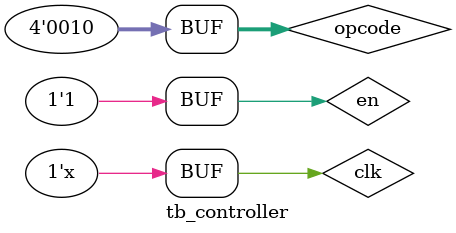
<source format=v>

module controller ( clk, en, opcode, loadA, loadB, loadC, loadIR, loadPC, incPC, mode, we_DM, selA, selB);
input clk;
input en;
input [3:0] opcode;
output loadA;
output loadB;
output loadC;
output loadIR;
output loadPC;
output incPC;
output mode;
output we_DM;
output selA;
output selB;

reg loadA;
reg loadB;
reg loadC;
reg loadIR;
reg mode;
reg we_DM;
reg selA;
reg selB;
reg loadPC;
reg incPC;

// Registers to hold the value of state and next state

reg [2:0] state;
reg [2:0] next_state;

parameter reset = 3'b000, load = 3'b010, execute = 3'b100;


//Code for operation of the CPU
always@(posedge clk)
begin
	
	if ( en == 0 ) begin
	state = reset;
	end
	else if (en == 1) begin
	state = next_state;
	end
end


// Now for the Output logic. Output logic depends on OPCODE and Enable signal
always@(*)
begin
	if ( en == 0 ) begin
	loadA = 0;
	loadB = 0;
	loadC = 0;
	loadIR = 0;
	loadPC = 0;
	incPC = 0;
	mode = 1'bZ;
	we_DM = 0;
	selA = 1'b0;
	selB = 1'b0;
	next_state = reset;
	end

	else begin
		
		case(state)
		// We just wait for a small duration of time in the same state to see if there is any change in input
		reset: 	begin
			loadA = 0;
			loadB = 0;
			loadC = 0;
			loadIR = 0;
			loadPC = 0;
			incPC = 0;
			mode = 1'bZ;
			we_DM = 0;
			selA = 1'b0;
			selB = 1'b0;
			next_state = load;
			end

		load:	begin
			loadA = 0;
			loadB = 0;
			loadC = 0;
			loadIR = 1;
			loadPC = 1;
			incPC = 0;
			mode = 1'bZ;
			we_DM = 0;
			selA = 1'b0;
			selB = 1'b0;
			next_state = execute;
			end

		execute:begin
			case(opcode)
			// Mode 0, ALU operation for opcode 000
			0000: 	begin
				loadA = 0;
				loadB = 0;
				loadC = 0;
				loadIR = 0;
				loadPC = 0;
				incPC = 1;
				mode = 1'b0;
				we_DM = 1;
				#5 we_DM = 0;
				selA = 1'b0;
				selB = 1'b0;
				end
			// Mode 0, ALU operation for opcode 001
			0001: 	begin
				loadA = 0;
				loadB = 0;
				loadC = 0;
				loadIR = 0;
				loadPC = 0;
				incPC = 1;
				mode = 1'b0;
				we_DM = 1;
				#5 we_DM = 0;
				selA = 1'b0;
				selB = 1'b0;
				end
			// Mode 0, ALU operation for opcode 010
			0010: 	begin
				loadA = 0;
				loadB = 0;
				loadC = 0;
				loadIR = 0;
				loadPC = 0;
				incPC = 1;
				mode = 1'b0;
				we_DM = 1;
				#5 we_DM = 0;
				selA = 1'b0;
				selB = 1'b0;
				end
			// Mode 0, ALU operation for opcode 011
			0011: 	begin
				loadA = 0;
				loadB = 0;
				loadC = 0;
				loadIR = 0;
				loadPC = 0;
				incPC = 1;
				mode = 1'b0;
				we_DM = 1;
				#5 we_DM = 0;
				selA = 1'b0;
				selB = 1'b0;
				end
			// Load A operation
			0100: 	begin
				loadA = 1;
				loadB = 0;
				loadC = 0;
				loadIR = 0;
				loadPC = 0;
				incPC = 1;
				mode = 1'bZ;
				we_DM = 1;
				#5 we_DM = 0;
				selA = 1'b0;
				selB = 1'b0;
				end
			// Load B operation
			0101: 	begin
				loadA = 0;
				loadB = 1;
				loadC = 0;
				loadIR = 0;
				loadPC = 0;
				incPC = 1;
				mode = 1'bZ;
				we_DM = 1;
				#5 we_DM = 0;
				selA = 1'b0;
				selB = 1'b0;
				end
			// Load C operation
			0110: 	begin
				loadA = 0;
				loadB = 0;
				loadC = 1;
				loadIR = 0;
				loadPC = 0;
				incPC = 1;
				mode = 1'b0;
				we_DM = 1;
				#5 we_DM = 0;
				selA = 1'b0;
				selB = 1'b0;
				end
			// JMP translation
			0111: 	begin
				loadA = 0;
				loadB = 0;
				loadC = 0;
				loadIR = 0;
				loadPC = 1;
				incPC = 1;
				mode = 1'b0;
				we_DM = 1;
				selA = 1'b1;
				selB = 1'b1;
				end
			// Mode 1, ALU operation for opcode 000
			1000: 	begin
				loadA = 0;
				loadB = 0;
				loadC = 0;
				loadIR = 0;
				loadPC = 0;
				incPC = 1;
				mode = 1'b1;
				we_DM = 1;
				#5 we_DM = 0;
				selA = 1'b0;
				selB = 1'b0;
				end
			// Mode 1, ALU operation for opcode 001
			1001: 	begin
				loadA = 0;
				loadB = 0;
				loadC = 0;
				loadIR = 0;
				loadPC = 0;
				incPC = 1;
				mode = 1'b1;
				we_DM = 1;
				selA = 1'b0;
				selB = 1'b0;
				end
			// Mode 1, ALU operation for opcode 010
			1010: 	begin
				loadA = 0;
				loadB = 0;
				loadC = 0;
				loadIR = 0;
				loadPC = 0;
				incPC = 1;
				mode = 1'b1;
				we_DM = 1;
				#5 we_DM = 0;
				selA = 1'b0;
				selB = 1'b0;
				end
			// Mode 1, ALU operation for opcode 011
			1011: 	begin
				loadA = 0;
				loadB = 0;
				loadC = 0;
				loadIR = 0;
				loadPC = 0;
				incPC = 1;
				mode = 1'b1;
				we_DM = 1;
				#5 we_DM = 0;
				selA = 1'b0;
				selB = 1'b0;
				end
			// Mode 1, ALU operation for opcode 100
			1100: 	begin
				loadA = 0;
				loadB = 0;
				loadC = 0;
				loadIR = 0;
				loadPC = 0;
				incPC = 1;
				mode = 1'b1;
				we_DM = 1;
				#5 we_DM = 0;
				selA = 1'b0;
				selB = 1'b0;
				end
			// Mode 1, ALU operation for opcode 101
			1101: 	begin
				loadA = 0;
				loadB = 0;
				loadC = 0;
				loadIR = 0;
				loadPC = 0;
				incPC = 1;
				mode = 1'b1;
				we_DM = 1;
				#5 we_DM = 0;
				selA = 1'b0;
				selB = 1'b0;
				end
			// Mode 1, ALU operation for opcode 110
			1110: 	begin
				loadA = 0;
				loadB = 0;
				loadC = 0;
				loadIR = 0;
				loadPC = 0;
				incPC = 1;
				mode = 1'b1;
				we_DM = 1;
				#5 we_DM = 0;
				selA = 1'b0;
				selB = 1'b0;
				end
			// Mode 1, ALU operation for opcode 111
			1111:	begin
				loadA = 0;
				loadB = 0;
				loadC = 0;
				loadIR = 0;
				loadPC = 0;
				incPC = 1;
				mode = 1'b1;
				we_DM = 1;
				selA = 1'b0;
				selB = 1'b0;
				end
			default: begin
				loadA = 0;
				loadB = 0;
				loadC = 0;
				loadIR = 1;
				mode = 1'bZ;
				we_DM = 0;
				selA = 1'b0;
				selB = 1'b0;
				end
			endcase
			next_state = load;
			end
			
		default: begin
			loadA = 0;
			loadB = 0;
			loadC = 0;
			loadIR = 1;
			mode = 1'bZ;
			we_DM = 0;
			selA = 1'b0;
			selB = 1'b0;
			next_state = reset;
			end
		endcase
	end
end
endmodule

///////////////////////////////////////////////////////////////
///////// Testbench for controller ///////////////////////////
//////////////////////////////////////////////////////////////
module tb_controller ();
reg clk;
reg en;
reg [3:0] opcode;
wire loadA;
wire loadB;
wire loadC;
wire loadIR;
wire loadPC;
wire incPC;
wire mode;
wire we_DM;
wire selA;
wire selB;

// Design instantiation
controller c1 (.clk(clk), .en(en), .opcode(opcode), .loadA(loadA), .loadB(loadB), .loadC(loadC), .loadIR(loadIR), .loadPC(loadPC), .incPC(incPC), .mode(mode), .we_DM(we_DM), .selA(selA), .selB(selB));

// initialization
initial
begin
	clk = 0;
	en = 0;
	opcode = 4'b0000;
end
// Clock setup
always #5 clk = ~clk;

// Stimulus
initial
begin
	#10 en = 1;
	opcode = 4'b0001;
	
	#20 opcode = 4'b0001;

	#20 opcode = 4'b0010;
end
endmodule 
</source>
